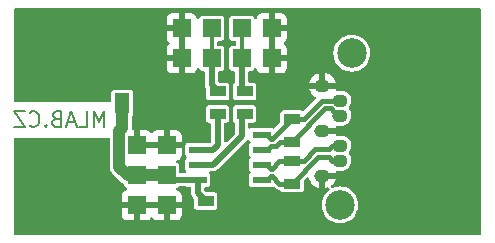
<source format=gbr>
%TF.GenerationSoftware,KiCad,Pcbnew,6.0.4-6f826c9f35~116~ubuntu20.04.1*%
%TF.CreationDate,2022-04-04T16:54:04+00:00*%
%TF.ProjectId,TTLLVDS01A,54544c4c-5644-4533-9031-412e6b696361,rev?*%
%TF.SameCoordinates,Original*%
%TF.FileFunction,Copper,L2,Bot*%
%TF.FilePolarity,Positive*%
%FSLAX46Y46*%
G04 Gerber Fmt 4.6, Leading zero omitted, Abs format (unit mm)*
G04 Created by KiCad (PCBNEW 6.0.4-6f826c9f35~116~ubuntu20.04.1) date 2022-04-04 16:54:04*
%MOMM*%
%LPD*%
G01*
G04 APERTURE LIST*
%ADD10C,0.200000*%
%TA.AperFunction,NonConductor*%
%ADD11C,0.200000*%
%TD*%
%TA.AperFunction,ComponentPad*%
%ADD12O,1.300000X1.100000*%
%TD*%
%TA.AperFunction,ComponentPad*%
%ADD13C,2.500000*%
%TD*%
%TA.AperFunction,ComponentPad*%
%ADD14R,1.524000X1.524000*%
%TD*%
%TA.AperFunction,ComponentPad*%
%ADD15C,6.000000*%
%TD*%
%TA.AperFunction,SMDPad,CuDef*%
%ADD16R,1.550000X0.600000*%
%TD*%
%TA.AperFunction,SMDPad,CuDef*%
%ADD17R,1.397000X0.889000*%
%TD*%
%TA.AperFunction,SMDPad,CuDef*%
%ADD18R,1.300000X1.700000*%
%TD*%
%TA.AperFunction,ViaPad*%
%ADD19C,0.800000*%
%TD*%
%TA.AperFunction,Conductor*%
%ADD20C,1.000000*%
%TD*%
%TA.AperFunction,Conductor*%
%ADD21C,0.500000*%
%TD*%
%TA.AperFunction,Conductor*%
%ADD22C,0.300000*%
%TD*%
%TA.AperFunction,Conductor*%
%ADD23C,0.400000*%
%TD*%
G04 APERTURE END LIST*
D10*
D11*
X8190238Y9698905D02*
X8190238Y10998905D01*
X7756904Y10070334D01*
X7323571Y10998905D01*
X7323571Y9698905D01*
X6085476Y9698905D02*
X6704523Y9698905D01*
X6704523Y10998905D01*
X5714047Y10070334D02*
X5095000Y10070334D01*
X5837857Y9698905D02*
X5404523Y10998905D01*
X4971190Y9698905D01*
X4104523Y10379858D02*
X3918809Y10317953D01*
X3856904Y10256048D01*
X3795000Y10132239D01*
X3795000Y9946524D01*
X3856904Y9822715D01*
X3918809Y9760810D01*
X4042619Y9698905D01*
X4537857Y9698905D01*
X4537857Y10998905D01*
X4104523Y10998905D01*
X3980714Y10937000D01*
X3918809Y10875096D01*
X3856904Y10751286D01*
X3856904Y10627477D01*
X3918809Y10503667D01*
X3980714Y10441762D01*
X4104523Y10379858D01*
X4537857Y10379858D01*
X3237857Y9822715D02*
X3175952Y9760810D01*
X3237857Y9698905D01*
X3299761Y9760810D01*
X3237857Y9822715D01*
X3237857Y9698905D01*
X1875952Y9822715D02*
X1937857Y9760810D01*
X2123571Y9698905D01*
X2247380Y9698905D01*
X2433095Y9760810D01*
X2556904Y9884620D01*
X2618809Y10008429D01*
X2680714Y10256048D01*
X2680714Y10441762D01*
X2618809Y10689381D01*
X2556904Y10813191D01*
X2433095Y10937000D01*
X2247380Y10998905D01*
X2123571Y10998905D01*
X1937857Y10937000D01*
X1875952Y10875096D01*
X1442619Y10998905D02*
X575952Y10998905D01*
X1442619Y9698905D01*
X575952Y9698905D01*
D12*
%TO.P,J6,1*%
%TO.N,GND*%
X26644600Y5562600D03*
%TO.P,J6,2*%
%TO.N,/1+*%
X28144600Y6832600D03*
%TO.P,J6,3*%
%TO.N,/1-*%
X28144600Y8102600D03*
%TO.P,J6,4*%
%TO.N,GND*%
X26644600Y9372600D03*
%TO.P,J6,5*%
%TO.N,/2+*%
X28144600Y10642600D03*
%TO.P,J6,6*%
%TO.N,/2-*%
X28144600Y11912600D03*
%TO.P,J6,7*%
%TO.N,GND*%
X26644600Y13182600D03*
D13*
%TO.P,J6,8*%
%TO.N,N/C*%
X29144600Y15932600D03*
%TO.P,J6,9*%
X28144600Y3102600D03*
%TD*%
D14*
%TO.P,J1,1*%
%TO.N,GND*%
X10922000Y8128000D03*
%TO.P,J1,2*%
X13462000Y8128000D03*
%TO.P,J1,3*%
%TO.N,VCC*%
X10922000Y5588000D03*
%TO.P,J1,4*%
X13462000Y5588000D03*
%TO.P,J1,5*%
%TO.N,GND*%
X10922000Y3048000D03*
%TO.P,J1,6*%
X13462000Y3048000D03*
%TD*%
%TO.P,J2,1*%
%TO.N,/1A*%
X19812000Y15494000D03*
%TO.P,J2,2*%
X19812000Y18034000D03*
%TD*%
%TO.P,J3,1*%
%TO.N,GND*%
X14732000Y18034000D03*
%TO.P,J3,2*%
X14732000Y15494000D03*
%TD*%
%TO.P,J4,1*%
%TO.N,/2A*%
X17272000Y18034000D03*
%TO.P,J4,2*%
X17272000Y15494000D03*
%TD*%
%TO.P,J5,1*%
%TO.N,GND*%
X22352000Y18034000D03*
%TO.P,J5,2*%
X22352000Y15494000D03*
%TD*%
D15*
%TO.P,M1,1*%
%TO.N,GND*%
X35560000Y15240000D03*
%TD*%
%TO.P,M2,1*%
%TO.N,GND*%
X5080000Y5080000D03*
%TD*%
%TO.P,M3,1*%
%TO.N,GND*%
X5080000Y15240000D03*
%TD*%
%TO.P,M4,1*%
%TO.N,GND*%
X35560000Y5080000D03*
%TD*%
D16*
%TO.P,U1,1*%
%TO.N,VCC*%
X16096000Y5207000D03*
%TO.P,U1,2*%
%TO.N,Net-(R1-Pad1)*%
X16096000Y6477000D03*
%TO.P,U1,3*%
%TO.N,Net-(R2-Pad1)*%
X16096000Y7747000D03*
%TO.P,U1,4*%
%TO.N,GND*%
X16096000Y9017000D03*
%TO.P,U1,5*%
%TO.N,/2-*%
X21496000Y9017000D03*
%TO.P,U1,6*%
%TO.N,/2+*%
X21496000Y7747000D03*
%TO.P,U1,7*%
%TO.N,/1-*%
X21496000Y6477000D03*
%TO.P,U1,8*%
%TO.N,/1+*%
X21496000Y5207000D03*
%TD*%
D17*
%TO.P,C2,1*%
%TO.N,VCC*%
X16764000Y3429000D03*
%TO.P,C2,2*%
%TO.N,GND*%
X16764000Y1524000D03*
%TD*%
D18*
%TO.P,D1,1*%
%TO.N,VCC*%
X9708000Y11684000D03*
%TO.P,D1,2*%
%TO.N,GND*%
X13208000Y11684000D03*
%TD*%
D17*
%TO.P,R1,1*%
%TO.N,Net-(R1-Pad1)*%
X20066000Y10795000D03*
%TO.P,R1,2*%
%TO.N,/1A*%
X20066000Y12700000D03*
%TD*%
%TO.P,R2,1*%
%TO.N,Net-(R2-Pad1)*%
X17780000Y10795000D03*
%TO.P,R2,2*%
%TO.N,/2A*%
X17780000Y12700000D03*
%TD*%
%TO.P,R3,1*%
%TO.N,/1+*%
X24066500Y4889500D03*
%TO.P,R3,2*%
%TO.N,/1-*%
X24066500Y6794500D03*
%TD*%
%TO.P,R4,1*%
%TO.N,/2+*%
X24066500Y8445500D03*
%TO.P,R4,2*%
%TO.N,/2-*%
X24066500Y10350500D03*
%TD*%
D19*
%TO.N,GND*%
X22225000Y11176000D03*
X20320000Y3556000D03*
X15621000Y12065000D03*
X15621000Y11049000D03*
X22225000Y13208000D03*
X21463000Y3556000D03*
X15621000Y13081000D03*
X22225000Y12192000D03*
X22479000Y3556000D03*
%TD*%
D20*
%TO.N,VCC*%
X10160000Y5588000D02*
X9459999Y6288001D01*
D21*
X13843000Y5207000D02*
X13462000Y5588000D01*
X16096000Y5207000D02*
X13843000Y5207000D01*
X16096000Y4097000D02*
X16764000Y3429000D01*
D20*
X13462000Y5588000D02*
X10922000Y5588000D01*
X9708000Y9590001D02*
X9459999Y9342000D01*
X9459999Y9342000D02*
X9459999Y6288001D01*
D21*
X16096000Y5207000D02*
X16096000Y4097000D01*
D20*
X10922000Y5588000D02*
X10160000Y5588000D01*
X9708000Y11684000D02*
X9708000Y9590001D01*
D21*
%TO.N,/1A*%
X19812000Y15494000D02*
X19812000Y12954000D01*
D22*
X19812000Y18034000D02*
X19812000Y15494000D01*
D21*
X19812000Y12954000D02*
X20066000Y12700000D01*
%TO.N,/2A*%
X17272000Y13208000D02*
X17780000Y12700000D01*
X17272000Y15494000D02*
X17272000Y13208000D01*
D22*
X17272000Y18034000D02*
X17272000Y15494000D01*
D21*
%TO.N,Net-(R1-Pad1)*%
X19812000Y9850500D02*
X19812000Y10795000D01*
X16096000Y6477000D02*
X17371000Y6477000D01*
X17371000Y6477000D02*
X19812000Y8918000D01*
X19812000Y8918000D02*
X19812000Y9850500D01*
%TO.N,Net-(R2-Pad1)*%
X16096000Y7747000D02*
X17371000Y7747000D01*
X17780000Y8156000D02*
X17780000Y9850500D01*
X17371000Y7747000D02*
X17780000Y8156000D01*
X17780000Y9850500D02*
X17780000Y10795000D01*
D23*
%TO.N,/1-*%
X21971000Y6477000D02*
X22281000Y6167000D01*
X24066500Y6794500D02*
X25052261Y6794500D01*
X26050361Y7792600D02*
X27184600Y7792600D01*
X27494600Y8102600D02*
X28144600Y8102600D01*
X23018749Y6794500D02*
X24066500Y6794500D01*
X22281000Y6167000D02*
X22391249Y6167000D01*
X22391249Y6167000D02*
X23018749Y6794500D01*
X25052261Y6794500D02*
X26050361Y7792600D01*
X27184600Y7792600D02*
X27494600Y8102600D01*
X21496000Y6477000D02*
X21971000Y6477000D01*
%TO.N,/1+*%
X22391249Y5517000D02*
X23018749Y4889500D01*
X21496000Y5207000D02*
X21971000Y5207000D01*
X27494600Y6832600D02*
X28144600Y6832600D01*
X21971000Y5207000D02*
X22281000Y5517000D01*
X24066500Y4889500D02*
X26319600Y7142600D01*
X26319600Y7142600D02*
X27184600Y7142600D01*
X27184600Y7142600D02*
X27494600Y6832600D01*
X22281000Y5517000D02*
X22391249Y5517000D01*
X23018749Y4889500D02*
X24066500Y4889500D01*
%TO.N,/2-*%
X22281000Y8707000D02*
X22423000Y8707000D01*
X26614361Y11912600D02*
X27524600Y11912600D01*
X24066500Y10350500D02*
X25052261Y10350500D01*
X22423000Y8707000D02*
X22621119Y8905119D01*
X21971000Y9017000D02*
X22281000Y8707000D01*
X25052261Y10350500D02*
X26614361Y11912600D01*
X27524600Y11912600D02*
X28144600Y11912600D01*
X22621119Y8905119D02*
X24066500Y10350500D01*
X21496000Y9017000D02*
X21971000Y9017000D01*
%TO.N,/2+*%
X26883600Y11262600D02*
X27351083Y11262600D01*
X27824610Y10962590D02*
X28144600Y10642600D01*
X24066500Y8445500D02*
X26883600Y11262600D01*
X21496000Y7747000D02*
X21971000Y7747000D01*
X23080739Y8445500D02*
X24066500Y8445500D01*
X21971000Y7747000D02*
X22281000Y8057000D01*
X22281000Y8057000D02*
X22692239Y8057000D01*
X27351083Y11262600D02*
X27651093Y10962590D01*
X27651093Y10962590D02*
X27824610Y10962590D01*
X22692239Y8057000D02*
X23080739Y8445500D01*
%TD*%
%TA.AperFunction,Conductor*%
%TO.N,GND*%
G36*
X40027621Y19745498D02*
G01*
X40074114Y19691842D01*
X40085500Y19639500D01*
X40085500Y680500D01*
X40065498Y612379D01*
X40011842Y565886D01*
X39959500Y554500D01*
X680500Y554500D01*
X612379Y574502D01*
X565886Y628158D01*
X554500Y680500D01*
X554500Y2241331D01*
X9652001Y2241331D01*
X9652371Y2234510D01*
X9657895Y2183648D01*
X9661521Y2168396D01*
X9706676Y2047946D01*
X9715214Y2032351D01*
X9791715Y1930276D01*
X9804276Y1917715D01*
X9906351Y1841214D01*
X9921946Y1832676D01*
X10042394Y1787522D01*
X10057649Y1783895D01*
X10108514Y1778369D01*
X10115328Y1778000D01*
X10649885Y1778000D01*
X10665124Y1782475D01*
X10666329Y1783865D01*
X10668000Y1791548D01*
X10668000Y1796116D01*
X11176000Y1796116D01*
X11180475Y1780877D01*
X11181865Y1779672D01*
X11189548Y1778001D01*
X11728669Y1778001D01*
X11735490Y1778371D01*
X11786352Y1783895D01*
X11801604Y1787521D01*
X11922054Y1832676D01*
X11937649Y1841214D01*
X12039724Y1917715D01*
X12052284Y1930275D01*
X12091173Y1982165D01*
X12148032Y2024681D01*
X12218851Y2029707D01*
X12281144Y1995647D01*
X12292827Y1982165D01*
X12331716Y1930275D01*
X12344276Y1917715D01*
X12446351Y1841214D01*
X12461946Y1832676D01*
X12582394Y1787522D01*
X12597649Y1783895D01*
X12648514Y1778369D01*
X12655328Y1778000D01*
X13189885Y1778000D01*
X13205124Y1782475D01*
X13206329Y1783865D01*
X13208000Y1791548D01*
X13208000Y1796116D01*
X13716000Y1796116D01*
X13720475Y1780877D01*
X13721865Y1779672D01*
X13729548Y1778001D01*
X14268669Y1778001D01*
X14275490Y1778371D01*
X14326352Y1783895D01*
X14341604Y1787521D01*
X14462054Y1832676D01*
X14477649Y1841214D01*
X14579724Y1917715D01*
X14592285Y1930276D01*
X14668786Y2032351D01*
X14677324Y2047946D01*
X14722478Y2168394D01*
X14726105Y2183649D01*
X14731631Y2234514D01*
X14732000Y2241328D01*
X14732000Y2775885D01*
X14727525Y2791124D01*
X14726135Y2792329D01*
X14718452Y2794000D01*
X13734115Y2794000D01*
X13718876Y2789525D01*
X13717671Y2788135D01*
X13716000Y2780452D01*
X13716000Y1796116D01*
X13208000Y1796116D01*
X13208000Y2775885D01*
X13203525Y2791124D01*
X13202135Y2792329D01*
X13194452Y2794000D01*
X11194115Y2794000D01*
X11178876Y2789525D01*
X11177671Y2788135D01*
X11176000Y2780452D01*
X11176000Y1796116D01*
X10668000Y1796116D01*
X10668000Y2775885D01*
X10663525Y2791124D01*
X10662135Y2792329D01*
X10654452Y2794000D01*
X9670116Y2794000D01*
X9654877Y2789525D01*
X9653672Y2788135D01*
X9652001Y2780452D01*
X9652001Y2241331D01*
X554500Y2241331D01*
X554500Y8664000D01*
X574502Y8732121D01*
X628158Y8778614D01*
X680500Y8790000D01*
X8533499Y8790000D01*
X8601620Y8769998D01*
X8648113Y8716342D01*
X8659499Y8664000D01*
X8659499Y6297084D01*
X8659492Y6295764D01*
X8658558Y6206594D01*
X8667614Y6164709D01*
X8669675Y6152127D01*
X8673215Y6120569D01*
X8674453Y6109529D01*
X8685349Y6078242D01*
X8689510Y6063437D01*
X8694678Y6039534D01*
X8696510Y6031059D01*
X8714629Y5992202D01*
X8719413Y5980419D01*
X8733514Y5939928D01*
X8742372Y5925752D01*
X8751069Y5911834D01*
X8758410Y5898314D01*
X8768582Y5876500D01*
X8772408Y5868294D01*
X8776727Y5862727D01*
X8776727Y5862726D01*
X8798673Y5834434D01*
X8805968Y5823977D01*
X8824949Y5793601D01*
X8828683Y5787626D01*
X8833645Y5782629D01*
X8833646Y5782628D01*
X8857002Y5759108D01*
X8857584Y5758486D01*
X8858098Y5757824D01*
X8883958Y5731964D01*
X8955229Y5660194D01*
X8956256Y5659542D01*
X8957464Y5658458D01*
X9587481Y5028441D01*
X9588410Y5027503D01*
X9650859Y4963732D01*
X9656779Y4959917D01*
X9656785Y4959912D01*
X9686891Y4940510D01*
X9697245Y4933070D01*
X9730734Y4906336D01*
X9760510Y4891942D01*
X9760559Y4891918D01*
X9773975Y4884389D01*
X9801817Y4866446D01*
X9800335Y4864146D01*
X9843326Y4824394D01*
X9860301Y4774622D01*
X9862618Y4755154D01*
X9866456Y4746514D01*
X9866456Y4746513D01*
X9891803Y4689449D01*
X9908061Y4652847D01*
X9916294Y4644628D01*
X9916295Y4644627D01*
X9941448Y4619518D01*
X9987287Y4573759D01*
X9997924Y4569056D01*
X9997926Y4569055D01*
X10054896Y4543869D01*
X10109112Y4498031D01*
X10129939Y4430158D01*
X10110765Y4361799D01*
X10057677Y4314659D01*
X10048178Y4310647D01*
X9921946Y4263324D01*
X9906351Y4254786D01*
X9804276Y4178285D01*
X9791715Y4165724D01*
X9715214Y4063649D01*
X9706676Y4048054D01*
X9661522Y3927606D01*
X9657895Y3912351D01*
X9652369Y3861486D01*
X9652000Y3854672D01*
X9652000Y3320115D01*
X9656475Y3304876D01*
X9657865Y3303671D01*
X9665548Y3302000D01*
X14713884Y3302000D01*
X14729123Y3306475D01*
X14730328Y3307865D01*
X14731999Y3315548D01*
X14731999Y3854669D01*
X14731629Y3861490D01*
X14726105Y3912352D01*
X14722479Y3927604D01*
X14677324Y4048054D01*
X14668786Y4063649D01*
X14592285Y4165724D01*
X14579724Y4178285D01*
X14477649Y4254786D01*
X14462054Y4263324D01*
X14335863Y4310631D01*
X14279099Y4353273D01*
X14254399Y4419834D01*
X14269606Y4489183D01*
X14319892Y4539301D01*
X14328939Y4543761D01*
X14397153Y4574061D01*
X14406664Y4583588D01*
X14442531Y4619518D01*
X14504814Y4653597D01*
X14531704Y4656500D01*
X15117739Y4656500D01*
X15168687Y4645740D01*
X15242007Y4613325D01*
X15242008Y4613325D01*
X15250673Y4609494D01*
X15276354Y4606500D01*
X15419500Y4606500D01*
X15487621Y4586498D01*
X15534114Y4532842D01*
X15545500Y4480500D01*
X15545500Y4111993D01*
X15545389Y4106717D01*
X15542790Y4044706D01*
X15544752Y4036341D01*
X15552727Y4002338D01*
X15554890Y3990667D01*
X15560794Y3947568D01*
X15564206Y3939684D01*
X15564206Y3939683D01*
X15566765Y3933770D01*
X15573799Y3912501D01*
X15577232Y3897864D01*
X15581369Y3890339D01*
X15581370Y3890336D01*
X15598195Y3859732D01*
X15603411Y3849087D01*
X15620695Y3809145D01*
X15630158Y3797459D01*
X15642645Y3778875D01*
X15649893Y3765692D01*
X15656897Y3757578D01*
X15681433Y3733042D01*
X15690258Y3723241D01*
X15710206Y3698607D01*
X15710210Y3698603D01*
X15715614Y3691930D01*
X15722613Y3686956D01*
X15725254Y3684476D01*
X15761219Y3623263D01*
X15765000Y3592627D01*
X15765000Y2939854D01*
X15768118Y2913654D01*
X15813561Y2811347D01*
X15821794Y2803128D01*
X15821795Y2803127D01*
X15844510Y2780452D01*
X15892787Y2732259D01*
X15903424Y2727556D01*
X15903426Y2727555D01*
X15962962Y2701235D01*
X15995173Y2686994D01*
X16020854Y2684000D01*
X17507146Y2684000D01*
X17510850Y2684441D01*
X17510853Y2684441D01*
X17518246Y2685321D01*
X17533346Y2687118D01*
X17635653Y2732561D01*
X17714741Y2811787D01*
X17760006Y2914173D01*
X17763000Y2939854D01*
X17763000Y3102600D01*
X26589306Y3102600D01*
X26608454Y2859298D01*
X26625205Y2789525D01*
X26650085Y2685897D01*
X26665428Y2621988D01*
X26667318Y2617425D01*
X26667320Y2617419D01*
X26756928Y2401085D01*
X26758823Y2396511D01*
X26886341Y2188421D01*
X27044841Y2002841D01*
X27230421Y1844341D01*
X27438511Y1716823D01*
X27443081Y1714930D01*
X27443085Y1714928D01*
X27659419Y1625320D01*
X27659425Y1625318D01*
X27663988Y1623428D01*
X27668788Y1622276D01*
X27668793Y1622274D01*
X27777302Y1596223D01*
X27901298Y1566454D01*
X28144600Y1547306D01*
X28387902Y1566454D01*
X28511898Y1596223D01*
X28620407Y1622274D01*
X28620412Y1622276D01*
X28625212Y1623428D01*
X28629775Y1625318D01*
X28629781Y1625320D01*
X28846115Y1714928D01*
X28846119Y1714930D01*
X28850689Y1716823D01*
X29058779Y1844341D01*
X29244359Y2002841D01*
X29402859Y2188421D01*
X29530377Y2396511D01*
X29532272Y2401085D01*
X29621880Y2617419D01*
X29621882Y2617425D01*
X29623772Y2621988D01*
X29639116Y2685897D01*
X29663995Y2789525D01*
X29680746Y2859298D01*
X29699894Y3102600D01*
X29680746Y3345902D01*
X29623772Y3583212D01*
X29621882Y3587775D01*
X29621880Y3587781D01*
X29532272Y3804115D01*
X29532270Y3804119D01*
X29530377Y3808689D01*
X29402859Y4016779D01*
X29244359Y4202359D01*
X29058779Y4360859D01*
X28850689Y4488377D01*
X28846119Y4490270D01*
X28846115Y4490272D01*
X28629781Y4579880D01*
X28629775Y4579882D01*
X28625212Y4581772D01*
X28620412Y4582924D01*
X28620407Y4582926D01*
X28493786Y4613325D01*
X28387902Y4638746D01*
X28144600Y4657894D01*
X27901298Y4638746D01*
X27795414Y4613325D01*
X27668793Y4582926D01*
X27668788Y4582924D01*
X27663988Y4581772D01*
X27546842Y4533249D01*
X27476253Y4525660D01*
X27412766Y4557439D01*
X27376539Y4618497D01*
X27379073Y4689449D01*
X27418989Y4747301D01*
X27488935Y4804347D01*
X27497639Y4812991D01*
X27622038Y4963363D01*
X27628897Y4973531D01*
X27721721Y5145207D01*
X27726471Y5156507D01*
X27768195Y5291293D01*
X27768401Y5305395D01*
X27761645Y5308600D01*
X26916715Y5308600D01*
X26901476Y5304125D01*
X26900271Y5302735D01*
X26898600Y5295052D01*
X26898600Y4532696D01*
X26902836Y4518269D01*
X26915189Y4516208D01*
X26944961Y4519127D01*
X26956996Y4521510D01*
X27095998Y4563477D01*
X27166993Y4564018D01*
X27227009Y4526090D01*
X27256993Y4461736D01*
X27247425Y4391387D01*
X27214247Y4347045D01*
X27044841Y4202359D01*
X26886341Y4016779D01*
X26758823Y3808689D01*
X26756930Y3804119D01*
X26756928Y3804115D01*
X26667320Y3587781D01*
X26667318Y3587775D01*
X26665428Y3583212D01*
X26608454Y3345902D01*
X26589306Y3102600D01*
X17763000Y3102600D01*
X17763000Y3918146D01*
X17759882Y3944346D01*
X17714439Y4046653D01*
X17697414Y4063649D01*
X17654270Y4106717D01*
X17635213Y4125741D01*
X17624576Y4130444D01*
X17624574Y4130445D01*
X17541492Y4167175D01*
X17541493Y4167175D01*
X17532827Y4171006D01*
X17507146Y4174000D01*
X16849714Y4174000D01*
X16781593Y4194002D01*
X16760619Y4210905D01*
X16683405Y4288119D01*
X16649379Y4350431D01*
X16646500Y4377214D01*
X16646500Y4480500D01*
X16666502Y4548621D01*
X16720158Y4595114D01*
X16772500Y4606500D01*
X16915646Y4606500D01*
X16919350Y4606941D01*
X16919353Y4606941D01*
X16926746Y4607821D01*
X16941846Y4609618D01*
X16964135Y4619518D01*
X17033518Y4650337D01*
X17044153Y4655061D01*
X17052558Y4663480D01*
X17101440Y4712448D01*
X17123241Y4734287D01*
X17128647Y4746513D01*
X17158842Y4814814D01*
X17168506Y4836673D01*
X17171500Y4862354D01*
X17171500Y5551646D01*
X17168382Y5577846D01*
X17162690Y5590662D01*
X17127663Y5669518D01*
X17122939Y5680153D01*
X17091711Y5711327D01*
X17057632Y5773610D01*
X17062635Y5844430D01*
X17105133Y5901303D01*
X17171632Y5926171D01*
X17180729Y5926500D01*
X17356007Y5926500D01*
X17361284Y5926389D01*
X17423294Y5923790D01*
X17434848Y5926500D01*
X17465662Y5933727D01*
X17477333Y5935890D01*
X17492229Y5937931D01*
X17520432Y5941794D01*
X17534230Y5947765D01*
X17555499Y5954799D01*
X17561775Y5956271D01*
X17570136Y5958232D01*
X17577661Y5962369D01*
X17577664Y5962370D01*
X17608268Y5979195D01*
X17618913Y5984411D01*
X17658855Y6001695D01*
X17670541Y6011158D01*
X17689126Y6023646D01*
X17702308Y6030893D01*
X17710422Y6037897D01*
X17734958Y6062433D01*
X17744759Y6071258D01*
X17769392Y6091206D01*
X17769393Y6091207D01*
X17776070Y6096614D01*
X17781043Y6103612D01*
X17781048Y6103617D01*
X17786968Y6111948D01*
X17800579Y6128054D01*
X20190642Y8518118D01*
X20194451Y8521771D01*
X20233833Y8557985D01*
X20240156Y8563799D01*
X20244681Y8571098D01*
X20250160Y8577720D01*
X20251931Y8576255D01*
X20295725Y8615458D01*
X20365827Y8626695D01*
X20430875Y8598248D01*
X20457004Y8563552D01*
X20457751Y8564065D01*
X20464337Y8554481D01*
X20469061Y8543847D01*
X20477294Y8535628D01*
X20477295Y8535627D01*
X20541803Y8471231D01*
X20575882Y8408948D01*
X20570879Y8338128D01*
X20541958Y8293040D01*
X20525375Y8276428D01*
X20468759Y8219713D01*
X20464056Y8209076D01*
X20464055Y8209074D01*
X20453373Y8184912D01*
X20423494Y8117327D01*
X20420500Y8091646D01*
X20420500Y7402354D01*
X20423618Y7376154D01*
X20427456Y7367514D01*
X20427456Y7367513D01*
X20463741Y7285824D01*
X20469061Y7273847D01*
X20477294Y7265628D01*
X20477295Y7265627D01*
X20541803Y7201231D01*
X20575882Y7138948D01*
X20570879Y7068128D01*
X20541958Y7023040D01*
X20516677Y6997715D01*
X20468759Y6949713D01*
X20464056Y6939076D01*
X20464055Y6939074D01*
X20452385Y6912676D01*
X20423494Y6847327D01*
X20420500Y6821646D01*
X20420500Y6132354D01*
X20423618Y6106154D01*
X20427456Y6097514D01*
X20427456Y6097513D01*
X20454608Y6036386D01*
X20469061Y6003847D01*
X20477294Y5995628D01*
X20477295Y5995627D01*
X20541803Y5931231D01*
X20575882Y5868948D01*
X20570879Y5798128D01*
X20541958Y5753040D01*
X20520919Y5731964D01*
X20468759Y5679713D01*
X20464056Y5669076D01*
X20464055Y5669074D01*
X20447392Y5631382D01*
X20423494Y5577327D01*
X20420500Y5551646D01*
X20420500Y4862354D01*
X20423618Y4836154D01*
X20427456Y4827514D01*
X20427456Y4827513D01*
X20437746Y4804347D01*
X20469061Y4733847D01*
X20548287Y4654759D01*
X20558924Y4650056D01*
X20558926Y4650055D01*
X20615561Y4625017D01*
X20650673Y4609494D01*
X20676354Y4606500D01*
X22315646Y4606500D01*
X22319350Y4606941D01*
X22319353Y4606941D01*
X22326746Y4607821D01*
X22341846Y4609618D01*
X22364135Y4619518D01*
X22435175Y4651073D01*
X22505550Y4660446D01*
X22569821Y4630284D01*
X22575418Y4625017D01*
X22615215Y4585220D01*
X22622681Y4575876D01*
X22623071Y4576208D01*
X22628889Y4569372D01*
X22633679Y4561780D01*
X22640407Y4555838D01*
X22640408Y4555837D01*
X22673349Y4526745D01*
X22679037Y4521398D01*
X22690255Y4510180D01*
X22693843Y4507491D01*
X22693844Y4507490D01*
X22698433Y4504050D01*
X22706272Y4497668D01*
X22725712Y4480500D01*
X22741137Y4466877D01*
X22749260Y4463063D01*
X22752413Y4460992D01*
X22765425Y4453173D01*
X22768744Y4451356D01*
X22775925Y4445974D01*
X22784326Y4442825D01*
X22784327Y4442824D01*
X22819485Y4429644D01*
X22828802Y4425717D01*
X22862783Y4409763D01*
X22862786Y4409762D01*
X22870912Y4405947D01*
X22879786Y4404565D01*
X22883399Y4403461D01*
X22898056Y4399615D01*
X22901759Y4398801D01*
X22910169Y4395648D01*
X22956592Y4392198D01*
X22966605Y4391048D01*
X22979758Y4389000D01*
X22984624Y4389000D01*
X22989481Y4388624D01*
X22989346Y4386879D01*
X23050242Y4368998D01*
X23097271Y4314149D01*
X23116061Y4271847D01*
X23195287Y4192759D01*
X23205924Y4188056D01*
X23205926Y4188055D01*
X23253156Y4167175D01*
X23297673Y4147494D01*
X23323354Y4144500D01*
X24809646Y4144500D01*
X24813350Y4144941D01*
X24813353Y4144941D01*
X24820746Y4145821D01*
X24835846Y4147618D01*
X24879876Y4167175D01*
X24927518Y4188337D01*
X24938153Y4193061D01*
X24950643Y4205572D01*
X24999770Y4254786D01*
X25017241Y4272287D01*
X25024241Y4288119D01*
X25058675Y4366008D01*
X25062506Y4374673D01*
X25065500Y4400354D01*
X25065500Y5128496D01*
X25085502Y5196617D01*
X25102405Y5217591D01*
X25292931Y5408117D01*
X25355243Y5442143D01*
X25426058Y5437078D01*
X25482894Y5394531D01*
X25502900Y5354597D01*
X25557154Y5170258D01*
X25561747Y5158890D01*
X25652166Y4985934D01*
X25658882Y4975672D01*
X25781168Y4823580D01*
X25789752Y4814814D01*
X25939256Y4689364D01*
X25949367Y4682440D01*
X26120398Y4588416D01*
X26131662Y4583588D01*
X26317695Y4524575D01*
X26329683Y4522027D01*
X26372596Y4517213D01*
X26387127Y4519766D01*
X26390600Y4532313D01*
X26390600Y5690600D01*
X26410602Y5758721D01*
X26464258Y5805214D01*
X26516600Y5816600D01*
X27754647Y5816600D01*
X27768178Y5820573D01*
X27769298Y5828368D01*
X27768490Y5831115D01*
X27768445Y5902112D01*
X27806791Y5961862D01*
X27871353Y5991396D01*
X27916849Y5989656D01*
X27944197Y5983543D01*
X27944204Y5983542D01*
X27949237Y5982417D01*
X27954907Y5982100D01*
X28290764Y5982100D01*
X28428309Y5997042D01*
X28603448Y6055983D01*
X28761844Y6151157D01*
X28776175Y6164709D01*
X28891149Y6273435D01*
X28891151Y6273437D01*
X28896107Y6278124D01*
X28999975Y6430960D01*
X29005239Y6444120D01*
X29066066Y6596198D01*
X29066067Y6596203D01*
X29068600Y6602535D01*
X29083790Y6694289D01*
X29097666Y6778106D01*
X29097666Y6778110D01*
X29098781Y6784844D01*
X29097243Y6814201D01*
X29089467Y6962568D01*
X29089110Y6969381D01*
X29086653Y6978304D01*
X29041851Y7140954D01*
X29040038Y7147536D01*
X28953854Y7310998D01*
X28893023Y7382982D01*
X28864332Y7447923D01*
X28875305Y7518066D01*
X28892489Y7544703D01*
X28896107Y7548124D01*
X28999975Y7700960D01*
X29002510Y7707297D01*
X29066066Y7866198D01*
X29066067Y7866203D01*
X29068600Y7872535D01*
X29098781Y8054844D01*
X29097045Y8087983D01*
X29089467Y8232568D01*
X29089110Y8239381D01*
X29079518Y8274207D01*
X29041851Y8410954D01*
X29040038Y8417536D01*
X28953854Y8580998D01*
X28834580Y8722140D01*
X28829155Y8726288D01*
X28693201Y8830233D01*
X28693197Y8830236D01*
X28687780Y8834377D01*
X28681600Y8837259D01*
X28681598Y8837260D01*
X28526480Y8909593D01*
X28526477Y8909594D01*
X28520303Y8912473D01*
X28513658Y8913958D01*
X28513653Y8913960D01*
X28373729Y8945235D01*
X28339963Y8952783D01*
X28334293Y8953100D01*
X27998436Y8953100D01*
X27995042Y8952731D01*
X27995037Y8952731D01*
X27903407Y8942777D01*
X27833525Y8955305D01*
X27781509Y9003626D01*
X27763875Y9072398D01*
X27768141Y9097643D01*
X27768401Y9115395D01*
X27761645Y9118600D01*
X26516600Y9118600D01*
X26448479Y9138602D01*
X26401986Y9192258D01*
X26390600Y9244600D01*
X26390600Y9500600D01*
X26410602Y9568721D01*
X26464258Y9615214D01*
X26516600Y9626600D01*
X27754647Y9626600D01*
X27768178Y9630573D01*
X27769298Y9638368D01*
X27768490Y9641115D01*
X27768445Y9712112D01*
X27806791Y9771862D01*
X27871353Y9801396D01*
X27916849Y9799656D01*
X27944197Y9793543D01*
X27944204Y9793542D01*
X27949237Y9792417D01*
X27954907Y9792100D01*
X28290764Y9792100D01*
X28428309Y9807042D01*
X28603448Y9865983D01*
X28761844Y9961157D01*
X28777902Y9976342D01*
X28891149Y10083435D01*
X28891151Y10083437D01*
X28896107Y10088124D01*
X28999975Y10240960D01*
X29002510Y10247297D01*
X29066066Y10406198D01*
X29066067Y10406203D01*
X29068600Y10412535D01*
X29095556Y10575363D01*
X29097666Y10588106D01*
X29097666Y10588110D01*
X29098781Y10594844D01*
X29095731Y10653055D01*
X29089467Y10772568D01*
X29089110Y10779381D01*
X29072511Y10839646D01*
X29041851Y10950954D01*
X29040038Y10957536D01*
X28953854Y11120998D01*
X28893023Y11192982D01*
X28864332Y11257923D01*
X28875305Y11328066D01*
X28892489Y11354703D01*
X28896107Y11358124D01*
X28999975Y11510960D01*
X29008808Y11533044D01*
X29066066Y11676198D01*
X29066067Y11676203D01*
X29068600Y11682535D01*
X29088709Y11804002D01*
X29097666Y11858106D01*
X29097666Y11858110D01*
X29098781Y11864844D01*
X29093952Y11957001D01*
X29089467Y12042568D01*
X29089110Y12049381D01*
X29079909Y12082787D01*
X29041851Y12220954D01*
X29040038Y12227536D01*
X28953854Y12390998D01*
X28834580Y12532140D01*
X28773753Y12578646D01*
X28693201Y12640233D01*
X28693197Y12640236D01*
X28687780Y12644377D01*
X28681600Y12647259D01*
X28681598Y12647260D01*
X28526480Y12719593D01*
X28526477Y12719594D01*
X28520303Y12722473D01*
X28513658Y12723958D01*
X28513653Y12723960D01*
X28373729Y12755235D01*
X28339963Y12762783D01*
X28334293Y12763100D01*
X27998436Y12763100D01*
X27995042Y12762731D01*
X27995037Y12762731D01*
X27903407Y12752777D01*
X27833525Y12765305D01*
X27781509Y12813626D01*
X27763875Y12882398D01*
X27768141Y12907643D01*
X27768401Y12925395D01*
X27761645Y12928600D01*
X25534553Y12928600D01*
X25521022Y12924627D01*
X25519902Y12916832D01*
X25557154Y12790258D01*
X25561747Y12778890D01*
X25652166Y12605934D01*
X25658882Y12595672D01*
X25781168Y12443580D01*
X25789752Y12434814D01*
X25939256Y12309364D01*
X25949371Y12302438D01*
X26026228Y12260186D01*
X26076287Y12209841D01*
X26091181Y12140424D01*
X26066181Y12073975D01*
X26054623Y12060676D01*
X25070528Y11076581D01*
X25008216Y11042555D01*
X24937401Y11047620D01*
X24930500Y11050430D01*
X24835327Y11092506D01*
X24809646Y11095500D01*
X23323354Y11095500D01*
X23319650Y11095059D01*
X23319647Y11095059D01*
X23312254Y11094179D01*
X23297154Y11092382D01*
X23288514Y11088544D01*
X23288513Y11088544D01*
X23205482Y11051663D01*
X23194847Y11046939D01*
X23115759Y10967713D01*
X23111056Y10957076D01*
X23111055Y10957074D01*
X23084735Y10897538D01*
X23070494Y10865327D01*
X23067500Y10839646D01*
X23067500Y10111504D01*
X23047498Y10043383D01*
X23030595Y10022408D01*
X22595518Y9587332D01*
X22533206Y9553307D01*
X22462390Y9558372D01*
X22446168Y9566791D01*
X22443713Y9569241D01*
X22341327Y9614506D01*
X22315646Y9617500D01*
X20676354Y9617500D01*
X20672650Y9617059D01*
X20672647Y9617059D01*
X20665254Y9616179D01*
X20650154Y9614382D01*
X20641514Y9610544D01*
X20641513Y9610544D01*
X20551138Y9570401D01*
X20547847Y9568939D01*
X20547173Y9570457D01*
X20492398Y9552515D01*
X20423691Y9570401D01*
X20375560Y9622592D01*
X20362500Y9678455D01*
X20362500Y9924000D01*
X20382502Y9992121D01*
X20436158Y10038614D01*
X20488500Y10050000D01*
X20809146Y10050000D01*
X20812850Y10050441D01*
X20812853Y10050441D01*
X20820246Y10051321D01*
X20835346Y10053118D01*
X20870573Y10068765D01*
X20927018Y10093837D01*
X20937653Y10098561D01*
X20950574Y10111504D01*
X20977358Y10138335D01*
X21016741Y10177787D01*
X21062006Y10280173D01*
X21065000Y10305854D01*
X21065000Y11284146D01*
X21061882Y11310346D01*
X21016439Y11412653D01*
X20937213Y11491741D01*
X20926576Y11496444D01*
X20926574Y11496445D01*
X20867038Y11522765D01*
X20834827Y11537006D01*
X20809146Y11540000D01*
X19322854Y11540000D01*
X19319150Y11539559D01*
X19319147Y11539559D01*
X19311754Y11538679D01*
X19296654Y11536882D01*
X19288014Y11533044D01*
X19288013Y11533044D01*
X19238295Y11510960D01*
X19194347Y11491439D01*
X19115259Y11412213D01*
X19069994Y11309827D01*
X19067000Y11284146D01*
X19067000Y10305854D01*
X19070118Y10279654D01*
X19115561Y10177347D01*
X19123794Y10169128D01*
X19123795Y10169127D01*
X19186553Y10106478D01*
X19186555Y10106477D01*
X19194787Y10098259D01*
X19205427Y10093555D01*
X19206685Y10092694D01*
X19251592Y10037704D01*
X19261500Y9988729D01*
X19261500Y9198214D01*
X19241498Y9130093D01*
X19224595Y9109119D01*
X18545595Y8430119D01*
X18483283Y8396093D01*
X18412468Y8401158D01*
X18355632Y8443705D01*
X18330821Y8510225D01*
X18330500Y8519214D01*
X18330500Y9924000D01*
X18350502Y9992121D01*
X18404158Y10038614D01*
X18456500Y10050000D01*
X18523146Y10050000D01*
X18526850Y10050441D01*
X18526853Y10050441D01*
X18534246Y10051321D01*
X18549346Y10053118D01*
X18584573Y10068765D01*
X18641018Y10093837D01*
X18651653Y10098561D01*
X18664574Y10111504D01*
X18691358Y10138335D01*
X18730741Y10177787D01*
X18776006Y10280173D01*
X18779000Y10305854D01*
X18779000Y11284146D01*
X18775882Y11310346D01*
X18730439Y11412653D01*
X18651213Y11491741D01*
X18640576Y11496444D01*
X18640574Y11496445D01*
X18581038Y11522765D01*
X18548827Y11537006D01*
X18523146Y11540000D01*
X17036854Y11540000D01*
X17033150Y11539559D01*
X17033147Y11539559D01*
X17025754Y11538679D01*
X17010654Y11536882D01*
X17002014Y11533044D01*
X17002013Y11533044D01*
X16952295Y11510960D01*
X16908347Y11491439D01*
X16829259Y11412213D01*
X16783994Y11309827D01*
X16781000Y11284146D01*
X16781000Y10305854D01*
X16784118Y10279654D01*
X16829561Y10177347D01*
X16908787Y10098259D01*
X16919424Y10093556D01*
X16919426Y10093555D01*
X16975500Y10068765D01*
X17011173Y10052994D01*
X17036854Y10050000D01*
X17103500Y10050000D01*
X17171621Y10029998D01*
X17218114Y9976342D01*
X17229500Y9924000D01*
X17229500Y8436214D01*
X17209498Y8368093D01*
X17192595Y8347119D01*
X17179881Y8334405D01*
X17117569Y8300379D01*
X17090786Y8297500D01*
X17074261Y8297500D01*
X17023313Y8308260D01*
X16949993Y8340675D01*
X16949992Y8340675D01*
X16941327Y8344506D01*
X16915646Y8347500D01*
X15276354Y8347500D01*
X15272650Y8347059D01*
X15272647Y8347059D01*
X15265254Y8346179D01*
X15250154Y8344382D01*
X15241514Y8340544D01*
X15241513Y8340544D01*
X15158482Y8303663D01*
X15147847Y8298939D01*
X15139628Y8290706D01*
X15139627Y8290705D01*
X15125375Y8276428D01*
X15068759Y8219713D01*
X15064056Y8209076D01*
X15064055Y8209074D01*
X15053373Y8184912D01*
X15023494Y8117327D01*
X15020500Y8091646D01*
X15020500Y7402354D01*
X15023618Y7376154D01*
X15027456Y7367514D01*
X15027456Y7367513D01*
X15063741Y7285824D01*
X15069061Y7273847D01*
X15077294Y7265628D01*
X15077295Y7265627D01*
X15141803Y7201231D01*
X15175882Y7138948D01*
X15170879Y7068128D01*
X15141958Y7023040D01*
X15116677Y6997715D01*
X15068759Y6949713D01*
X15064056Y6939076D01*
X15064055Y6939074D01*
X15052385Y6912676D01*
X15023494Y6847327D01*
X15020500Y6821646D01*
X15020500Y6132354D01*
X15023618Y6106154D01*
X15027456Y6097514D01*
X15027456Y6097513D01*
X15054608Y6036386D01*
X15069061Y6003847D01*
X15077294Y5995628D01*
X15077295Y5995627D01*
X15100289Y5972673D01*
X15134368Y5910390D01*
X15129365Y5839570D01*
X15086867Y5782697D01*
X15020368Y5757829D01*
X15011271Y5757500D01*
X14650500Y5757500D01*
X14582379Y5777502D01*
X14535886Y5831158D01*
X14524500Y5883500D01*
X14524500Y6394646D01*
X14521382Y6420846D01*
X14506976Y6453280D01*
X14480663Y6512518D01*
X14480662Y6512520D01*
X14475939Y6523153D01*
X14396713Y6602241D01*
X14386076Y6606944D01*
X14386074Y6606945D01*
X14329104Y6632131D01*
X14274888Y6677969D01*
X14254061Y6745842D01*
X14273235Y6814201D01*
X14326323Y6861341D01*
X14335822Y6865353D01*
X14462054Y6912676D01*
X14477649Y6921214D01*
X14579724Y6997715D01*
X14592285Y7010276D01*
X14668786Y7112351D01*
X14677324Y7127946D01*
X14722478Y7248394D01*
X14726105Y7263649D01*
X14731631Y7314514D01*
X14732000Y7321328D01*
X14732000Y7855885D01*
X14727525Y7871124D01*
X14726135Y7872329D01*
X14718452Y7874000D01*
X10794000Y7874000D01*
X10725879Y7894002D01*
X10679386Y7947658D01*
X10668000Y8000000D01*
X10668000Y8400115D01*
X11176000Y8400115D01*
X11180475Y8384876D01*
X11181865Y8383671D01*
X11189548Y8382000D01*
X13189885Y8382000D01*
X13205124Y8386475D01*
X13206329Y8387865D01*
X13208000Y8395548D01*
X13208000Y8400115D01*
X13716000Y8400115D01*
X13720475Y8384876D01*
X13721865Y8383671D01*
X13729548Y8382000D01*
X14713884Y8382000D01*
X14729123Y8386475D01*
X14730328Y8387865D01*
X14731999Y8395548D01*
X14731999Y8934669D01*
X14731629Y8941490D01*
X14726105Y8992352D01*
X14722479Y9007604D01*
X14677324Y9128054D01*
X14668786Y9143649D01*
X14592285Y9245724D01*
X14579724Y9258285D01*
X14477649Y9334786D01*
X14462054Y9343324D01*
X14341606Y9388478D01*
X14326351Y9392105D01*
X14275486Y9397631D01*
X14268672Y9398000D01*
X13734115Y9398000D01*
X13718876Y9393525D01*
X13717671Y9392135D01*
X13716000Y9384452D01*
X13716000Y8400115D01*
X13208000Y8400115D01*
X13208000Y9379884D01*
X13203525Y9395123D01*
X13202135Y9396328D01*
X13194452Y9397999D01*
X12655331Y9397999D01*
X12648510Y9397629D01*
X12597648Y9392105D01*
X12582396Y9388479D01*
X12461946Y9343324D01*
X12446351Y9334786D01*
X12344276Y9258285D01*
X12331716Y9245725D01*
X12292827Y9193835D01*
X12235968Y9151319D01*
X12165149Y9146293D01*
X12102856Y9180353D01*
X12091173Y9193835D01*
X12052284Y9245725D01*
X12039724Y9258285D01*
X11937649Y9334786D01*
X11922054Y9343324D01*
X11801606Y9388478D01*
X11786351Y9392105D01*
X11735486Y9397631D01*
X11728672Y9398000D01*
X11194115Y9398000D01*
X11178876Y9393525D01*
X11177671Y9392135D01*
X11176000Y9384452D01*
X11176000Y8400115D01*
X10668000Y8400115D01*
X10668000Y9379884D01*
X10663525Y9395123D01*
X10662135Y9396328D01*
X10654452Y9397999D01*
X10634320Y9397999D01*
X10566199Y9418001D01*
X10519706Y9471657D01*
X10508321Y9524440D01*
X10508367Y9537582D01*
X10508396Y9538457D01*
X10508500Y9539284D01*
X10508500Y9575892D01*
X10508621Y9610544D01*
X10508841Y9673508D01*
X10508841Y9673511D01*
X10508853Y9677001D01*
X10508587Y9678189D01*
X10508500Y9679801D01*
X10508500Y10507242D01*
X10528502Y10575363D01*
X10545327Y10596260D01*
X10602023Y10653055D01*
X10610241Y10661287D01*
X10621606Y10686992D01*
X10651675Y10755008D01*
X10655506Y10763673D01*
X10658500Y10789354D01*
X10658500Y12578646D01*
X10655382Y12604846D01*
X10636543Y12647260D01*
X10614663Y12696518D01*
X10609939Y12707153D01*
X10597478Y12719593D01*
X10554212Y12762783D01*
X10530713Y12786241D01*
X10520076Y12790944D01*
X10520074Y12790945D01*
X10460538Y12817265D01*
X10428327Y12831506D01*
X10402646Y12834500D01*
X9013354Y12834500D01*
X9009650Y12834059D01*
X9009647Y12834059D01*
X9002254Y12833179D01*
X8987154Y12831382D01*
X8884847Y12785939D01*
X8805759Y12706713D01*
X8760494Y12604327D01*
X8757500Y12578646D01*
X8757500Y11910000D01*
X8737498Y11841879D01*
X8683842Y11795386D01*
X8631500Y11784000D01*
X680500Y11784000D01*
X612379Y11804002D01*
X565886Y11857658D01*
X554500Y11910000D01*
X554500Y14687331D01*
X13462001Y14687331D01*
X13462371Y14680510D01*
X13467895Y14629648D01*
X13471521Y14614396D01*
X13516676Y14493946D01*
X13525214Y14478351D01*
X13601715Y14376276D01*
X13614276Y14363715D01*
X13716351Y14287214D01*
X13731946Y14278676D01*
X13852394Y14233522D01*
X13867649Y14229895D01*
X13918514Y14224369D01*
X13925328Y14224000D01*
X14459885Y14224000D01*
X14475124Y14228475D01*
X14476329Y14229865D01*
X14478000Y14237548D01*
X14478000Y14242116D01*
X14986000Y14242116D01*
X14990475Y14226877D01*
X14991865Y14225672D01*
X14999548Y14224001D01*
X15538669Y14224001D01*
X15545490Y14224371D01*
X15596352Y14229895D01*
X15611604Y14233521D01*
X15732054Y14278676D01*
X15747649Y14287214D01*
X15849724Y14363715D01*
X15862285Y14376276D01*
X15938786Y14478351D01*
X15947324Y14493946D01*
X15994631Y14620137D01*
X16037273Y14676901D01*
X16103834Y14701601D01*
X16173183Y14686394D01*
X16223301Y14636108D01*
X16227761Y14627061D01*
X16258061Y14558847D01*
X16337287Y14479759D01*
X16347924Y14475056D01*
X16347926Y14475055D01*
X16392566Y14455320D01*
X16439673Y14434494D01*
X16465354Y14431500D01*
X16595500Y14431500D01*
X16663621Y14411498D01*
X16710114Y14357842D01*
X16721500Y14305500D01*
X16721500Y13222993D01*
X16721389Y13217717D01*
X16718790Y13155706D01*
X16720752Y13147341D01*
X16728727Y13113338D01*
X16730890Y13101667D01*
X16736794Y13058568D01*
X16740206Y13050684D01*
X16740206Y13050683D01*
X16742765Y13044770D01*
X16749799Y13023501D01*
X16753232Y13008864D01*
X16765416Y12986702D01*
X16781000Y12926003D01*
X16781000Y12210854D01*
X16784118Y12184654D01*
X16829561Y12082347D01*
X16837794Y12074128D01*
X16837795Y12074127D01*
X16869335Y12042642D01*
X16908787Y12003259D01*
X16919424Y11998556D01*
X16919426Y11998555D01*
X16978962Y11972235D01*
X17011173Y11957994D01*
X17036854Y11955000D01*
X18523146Y11955000D01*
X18526850Y11955441D01*
X18526853Y11955441D01*
X18534246Y11956321D01*
X18549346Y11958118D01*
X18651653Y12003561D01*
X18730741Y12082787D01*
X18756223Y12140424D01*
X18772175Y12176508D01*
X18776006Y12185173D01*
X18779000Y12210854D01*
X18779000Y13189146D01*
X18775882Y13215346D01*
X18730439Y13317653D01*
X18651213Y13396741D01*
X18640576Y13401444D01*
X18640574Y13401445D01*
X18557492Y13438175D01*
X18557493Y13438175D01*
X18548827Y13442006D01*
X18523146Y13445000D01*
X17948500Y13445000D01*
X17880379Y13465002D01*
X17833886Y13518658D01*
X17822500Y13571000D01*
X17822500Y14305500D01*
X17842502Y14373621D01*
X17896158Y14420114D01*
X17948500Y14431500D01*
X18078646Y14431500D01*
X18082350Y14431941D01*
X18082353Y14431941D01*
X18089746Y14432821D01*
X18104846Y14434618D01*
X18144596Y14452274D01*
X18196518Y14475337D01*
X18207153Y14480061D01*
X18286241Y14559287D01*
X18331506Y14661673D01*
X18334500Y14687354D01*
X18749500Y14687354D01*
X18752618Y14661154D01*
X18756456Y14652514D01*
X18756456Y14652513D01*
X18766612Y14629649D01*
X18798061Y14558847D01*
X18877287Y14479759D01*
X18887924Y14475056D01*
X18887926Y14475055D01*
X18932566Y14455320D01*
X18979673Y14434494D01*
X19005354Y14431500D01*
X19135500Y14431500D01*
X19203621Y14411498D01*
X19250114Y14357842D01*
X19261500Y14305500D01*
X19261500Y13506300D01*
X19241498Y13438179D01*
X19206868Y13402461D01*
X19204974Y13401159D01*
X19194347Y13396439D01*
X19115259Y13317213D01*
X19069994Y13214827D01*
X19067000Y13189146D01*
X19067000Y12210854D01*
X19070118Y12184654D01*
X19115561Y12082347D01*
X19123794Y12074128D01*
X19123795Y12074127D01*
X19155335Y12042642D01*
X19194787Y12003259D01*
X19205424Y11998556D01*
X19205426Y11998555D01*
X19264962Y11972235D01*
X19297173Y11957994D01*
X19322854Y11955000D01*
X20809146Y11955000D01*
X20812850Y11955441D01*
X20812853Y11955441D01*
X20820246Y11956321D01*
X20835346Y11958118D01*
X20937653Y12003561D01*
X21016741Y12082787D01*
X21042223Y12140424D01*
X21058175Y12176508D01*
X21062006Y12185173D01*
X21065000Y12210854D01*
X21065000Y13189146D01*
X21061882Y13215346D01*
X21016439Y13317653D01*
X20937213Y13396741D01*
X20926576Y13401444D01*
X20926574Y13401445D01*
X20843492Y13438175D01*
X20843493Y13438175D01*
X20839806Y13439805D01*
X25520799Y13439805D01*
X25527555Y13436600D01*
X26372485Y13436600D01*
X26387724Y13441075D01*
X26388929Y13442465D01*
X26390600Y13450148D01*
X26390600Y13454715D01*
X26898600Y13454715D01*
X26903075Y13439476D01*
X26904465Y13438271D01*
X26912148Y13436600D01*
X27754647Y13436600D01*
X27768178Y13440573D01*
X27769298Y13448368D01*
X27732046Y13574942D01*
X27727453Y13586310D01*
X27637034Y13759266D01*
X27630318Y13769528D01*
X27508032Y13921620D01*
X27499448Y13930386D01*
X27349944Y14055836D01*
X27339833Y14062760D01*
X27168802Y14156784D01*
X27157538Y14161612D01*
X26971505Y14220625D01*
X26959517Y14223173D01*
X26916604Y14227987D01*
X26902073Y14225434D01*
X26898600Y14212887D01*
X26898600Y13454715D01*
X26390600Y13454715D01*
X26390600Y14212504D01*
X26386364Y14226931D01*
X26374011Y14228992D01*
X26344239Y14226073D01*
X26332204Y14223690D01*
X26145377Y14167283D01*
X26134035Y14162608D01*
X25961721Y14070988D01*
X25951505Y14064201D01*
X25800265Y13940853D01*
X25791561Y13932209D01*
X25667162Y13781837D01*
X25660303Y13771669D01*
X25567479Y13599993D01*
X25562729Y13588693D01*
X25521005Y13453907D01*
X25520799Y13439805D01*
X20839806Y13439805D01*
X20834827Y13442006D01*
X20809146Y13445000D01*
X20488500Y13445000D01*
X20420379Y13465002D01*
X20373886Y13518658D01*
X20362500Y13571000D01*
X20362500Y14305500D01*
X20382502Y14373621D01*
X20436158Y14420114D01*
X20488500Y14431500D01*
X20618646Y14431500D01*
X20622350Y14431941D01*
X20622353Y14431941D01*
X20629746Y14432821D01*
X20644846Y14434618D01*
X20684596Y14452274D01*
X20736518Y14475337D01*
X20747153Y14480061D01*
X20826241Y14559287D01*
X20856131Y14626896D01*
X20901969Y14681112D01*
X20969842Y14701939D01*
X21038201Y14682765D01*
X21085341Y14629677D01*
X21089353Y14620178D01*
X21136676Y14493946D01*
X21145214Y14478351D01*
X21221715Y14376276D01*
X21234276Y14363715D01*
X21336351Y14287214D01*
X21351946Y14278676D01*
X21472394Y14233522D01*
X21487649Y14229895D01*
X21538514Y14224369D01*
X21545328Y14224000D01*
X22079885Y14224000D01*
X22095124Y14228475D01*
X22096329Y14229865D01*
X22098000Y14237548D01*
X22098000Y14242116D01*
X22606000Y14242116D01*
X22610475Y14226877D01*
X22611865Y14225672D01*
X22619548Y14224001D01*
X23158669Y14224001D01*
X23165490Y14224371D01*
X23216352Y14229895D01*
X23231604Y14233521D01*
X23352054Y14278676D01*
X23367649Y14287214D01*
X23469724Y14363715D01*
X23482285Y14376276D01*
X23558786Y14478351D01*
X23567324Y14493946D01*
X23612478Y14614394D01*
X23616105Y14629649D01*
X23621631Y14680514D01*
X23622000Y14687328D01*
X23622000Y15221885D01*
X23617525Y15237124D01*
X23616135Y15238329D01*
X23608452Y15240000D01*
X22624115Y15240000D01*
X22608876Y15235525D01*
X22607671Y15234135D01*
X22606000Y15226452D01*
X22606000Y14242116D01*
X22098000Y14242116D01*
X22098000Y15766115D01*
X22606000Y15766115D01*
X22610475Y15750876D01*
X22611865Y15749671D01*
X22619548Y15748000D01*
X23603884Y15748000D01*
X23619123Y15752475D01*
X23620328Y15753865D01*
X23621999Y15761548D01*
X23621999Y15932600D01*
X27589306Y15932600D01*
X27608454Y15689298D01*
X27665428Y15451988D01*
X27667318Y15447425D01*
X27667320Y15447419D01*
X27754427Y15237124D01*
X27758823Y15226511D01*
X27886341Y15018421D01*
X28044841Y14832841D01*
X28230421Y14674341D01*
X28438511Y14546823D01*
X28443081Y14544930D01*
X28443085Y14544928D01*
X28659419Y14455320D01*
X28659425Y14455318D01*
X28663988Y14453428D01*
X28668788Y14452276D01*
X28668793Y14452274D01*
X28753486Y14431941D01*
X28901298Y14396454D01*
X29144600Y14377306D01*
X29387902Y14396454D01*
X29535714Y14431941D01*
X29620407Y14452274D01*
X29620412Y14452276D01*
X29625212Y14453428D01*
X29629775Y14455318D01*
X29629781Y14455320D01*
X29846115Y14544928D01*
X29846119Y14544930D01*
X29850689Y14546823D01*
X30058779Y14674341D01*
X30244359Y14832841D01*
X30402859Y15018421D01*
X30530377Y15226511D01*
X30534773Y15237124D01*
X30621880Y15447419D01*
X30621882Y15447425D01*
X30623772Y15451988D01*
X30680746Y15689298D01*
X30699894Y15932600D01*
X30680746Y16175902D01*
X30642551Y16334992D01*
X30624926Y16408407D01*
X30624924Y16408412D01*
X30623772Y16413212D01*
X30621882Y16417775D01*
X30621880Y16417781D01*
X30532272Y16634115D01*
X30532270Y16634119D01*
X30530377Y16638689D01*
X30402859Y16846779D01*
X30244359Y17032359D01*
X30058779Y17190859D01*
X29850689Y17318377D01*
X29846119Y17320270D01*
X29846115Y17320272D01*
X29629781Y17409880D01*
X29629775Y17409882D01*
X29625212Y17411772D01*
X29620412Y17412924D01*
X29620407Y17412926D01*
X29511898Y17438977D01*
X29387902Y17468746D01*
X29144600Y17487894D01*
X28901298Y17468746D01*
X28777302Y17438977D01*
X28668793Y17412926D01*
X28668788Y17412924D01*
X28663988Y17411772D01*
X28659425Y17409882D01*
X28659419Y17409880D01*
X28443085Y17320272D01*
X28443081Y17320270D01*
X28438511Y17318377D01*
X28230421Y17190859D01*
X28044841Y17032359D01*
X27886341Y16846779D01*
X27758823Y16638689D01*
X27756930Y16634119D01*
X27756928Y16634115D01*
X27667320Y16417781D01*
X27667318Y16417775D01*
X27665428Y16413212D01*
X27664276Y16408412D01*
X27664274Y16408407D01*
X27646649Y16334992D01*
X27608454Y16175902D01*
X27589306Y15932600D01*
X23621999Y15932600D01*
X23621999Y16300669D01*
X23621629Y16307490D01*
X23616105Y16358352D01*
X23612479Y16373604D01*
X23567324Y16494054D01*
X23558786Y16509649D01*
X23482285Y16611724D01*
X23469725Y16624284D01*
X23417835Y16663173D01*
X23375319Y16720032D01*
X23370293Y16790851D01*
X23404353Y16853144D01*
X23417835Y16864827D01*
X23469725Y16903716D01*
X23482285Y16916276D01*
X23558786Y17018351D01*
X23567324Y17033946D01*
X23612478Y17154394D01*
X23616105Y17169649D01*
X23621631Y17220514D01*
X23622000Y17227328D01*
X23622000Y17761885D01*
X23617525Y17777124D01*
X23616135Y17778329D01*
X23608452Y17780000D01*
X22624115Y17780000D01*
X22608876Y17775525D01*
X22607671Y17774135D01*
X22606000Y17766452D01*
X22606000Y15766115D01*
X22098000Y15766115D01*
X22098000Y18306115D01*
X22606000Y18306115D01*
X22610475Y18290876D01*
X22611865Y18289671D01*
X22619548Y18288000D01*
X23603884Y18288000D01*
X23619123Y18292475D01*
X23620328Y18293865D01*
X23621999Y18301548D01*
X23621999Y18840669D01*
X23621629Y18847490D01*
X23616105Y18898352D01*
X23612479Y18913604D01*
X23567324Y19034054D01*
X23558786Y19049649D01*
X23482285Y19151724D01*
X23469724Y19164285D01*
X23367649Y19240786D01*
X23352054Y19249324D01*
X23231606Y19294478D01*
X23216351Y19298105D01*
X23165486Y19303631D01*
X23158672Y19304000D01*
X22624115Y19304000D01*
X22608876Y19299525D01*
X22607671Y19298135D01*
X22606000Y19290452D01*
X22606000Y18306115D01*
X22098000Y18306115D01*
X22098000Y19285884D01*
X22093525Y19301123D01*
X22092135Y19302328D01*
X22084452Y19303999D01*
X21545331Y19303999D01*
X21538510Y19303629D01*
X21487648Y19298105D01*
X21472396Y19294479D01*
X21351946Y19249324D01*
X21336351Y19240786D01*
X21234276Y19164285D01*
X21221715Y19151724D01*
X21145214Y19049649D01*
X21136676Y19034054D01*
X21089369Y18907863D01*
X21046727Y18851099D01*
X20980166Y18826399D01*
X20910817Y18841606D01*
X20860699Y18891892D01*
X20856236Y18900944D01*
X20853163Y18907863D01*
X20825939Y18969153D01*
X20746713Y19048241D01*
X20736076Y19052944D01*
X20736074Y19052945D01*
X20676538Y19079265D01*
X20644327Y19093506D01*
X20618646Y19096500D01*
X19005354Y19096500D01*
X19001650Y19096059D01*
X19001647Y19096059D01*
X18994254Y19095179D01*
X18979154Y19093382D01*
X18876847Y19047939D01*
X18797759Y18968713D01*
X18752494Y18866327D01*
X18749500Y18840646D01*
X18749500Y17227354D01*
X18752618Y17201154D01*
X18756456Y17192514D01*
X18756456Y17192513D01*
X18766612Y17169649D01*
X18798061Y17098847D01*
X18877287Y17019759D01*
X18887924Y17015056D01*
X18887926Y17015055D01*
X18947462Y16988735D01*
X18979673Y16974494D01*
X19005354Y16971500D01*
X19235500Y16971500D01*
X19303621Y16951498D01*
X19350114Y16897842D01*
X19361500Y16845500D01*
X19361500Y16682500D01*
X19341498Y16614379D01*
X19287842Y16567886D01*
X19235500Y16556500D01*
X19005354Y16556500D01*
X19001650Y16556059D01*
X19001647Y16556059D01*
X18994254Y16555179D01*
X18979154Y16553382D01*
X18876847Y16507939D01*
X18797759Y16428713D01*
X18793056Y16418076D01*
X18793055Y16418074D01*
X18773396Y16373606D01*
X18752494Y16326327D01*
X18749500Y16300646D01*
X18749500Y14687354D01*
X18334500Y14687354D01*
X18334500Y16300646D01*
X18331382Y16326846D01*
X18317401Y16358323D01*
X18290663Y16418518D01*
X18290662Y16418520D01*
X18285939Y16429153D01*
X18206713Y16508241D01*
X18196076Y16512944D01*
X18196074Y16512945D01*
X18136538Y16539265D01*
X18104327Y16553506D01*
X18078646Y16556500D01*
X17848500Y16556500D01*
X17780379Y16576502D01*
X17733886Y16630158D01*
X17722500Y16682500D01*
X17722500Y16845500D01*
X17742502Y16913621D01*
X17796158Y16960114D01*
X17848500Y16971500D01*
X18078646Y16971500D01*
X18082350Y16971941D01*
X18082353Y16971941D01*
X18089746Y16972821D01*
X18104846Y16974618D01*
X18207153Y17020061D01*
X18286241Y17099287D01*
X18331506Y17201673D01*
X18334500Y17227354D01*
X18334500Y18840646D01*
X18331382Y18866846D01*
X18317401Y18898323D01*
X18290663Y18958518D01*
X18290662Y18958520D01*
X18285939Y18969153D01*
X18206713Y19048241D01*
X18196076Y19052944D01*
X18196074Y19052945D01*
X18136538Y19079265D01*
X18104327Y19093506D01*
X18078646Y19096500D01*
X16465354Y19096500D01*
X16461650Y19096059D01*
X16461647Y19096059D01*
X16454254Y19095179D01*
X16439154Y19093382D01*
X16336847Y19047939D01*
X16257759Y18968713D01*
X16253056Y18958076D01*
X16253055Y18958074D01*
X16227869Y18901104D01*
X16182031Y18846888D01*
X16114158Y18826061D01*
X16045799Y18845235D01*
X15998659Y18898323D01*
X15994647Y18907822D01*
X15947324Y19034054D01*
X15938786Y19049649D01*
X15862285Y19151724D01*
X15849724Y19164285D01*
X15747649Y19240786D01*
X15732054Y19249324D01*
X15611606Y19294478D01*
X15596351Y19298105D01*
X15545486Y19303631D01*
X15538672Y19304000D01*
X15004115Y19304000D01*
X14988876Y19299525D01*
X14987671Y19298135D01*
X14986000Y19290452D01*
X14986000Y14242116D01*
X14478000Y14242116D01*
X14478000Y15221885D01*
X14473525Y15237124D01*
X14472135Y15238329D01*
X14464452Y15240000D01*
X13480116Y15240000D01*
X13464877Y15235525D01*
X13463672Y15234135D01*
X13462001Y15226452D01*
X13462001Y14687331D01*
X554500Y14687331D01*
X554500Y15766115D01*
X13462000Y15766115D01*
X13466475Y15750876D01*
X13467865Y15749671D01*
X13475548Y15748000D01*
X14459885Y15748000D01*
X14475124Y15752475D01*
X14476329Y15753865D01*
X14478000Y15761548D01*
X14478000Y17761885D01*
X14473525Y17777124D01*
X14472135Y17778329D01*
X14464452Y17780000D01*
X13480116Y17780000D01*
X13464877Y17775525D01*
X13463672Y17774135D01*
X13462001Y17766452D01*
X13462001Y17227331D01*
X13462371Y17220510D01*
X13467895Y17169648D01*
X13471521Y17154396D01*
X13516676Y17033946D01*
X13525214Y17018351D01*
X13601715Y16916276D01*
X13614275Y16903716D01*
X13666165Y16864827D01*
X13708681Y16807968D01*
X13713707Y16737149D01*
X13679647Y16674856D01*
X13666165Y16663173D01*
X13614275Y16624284D01*
X13601715Y16611724D01*
X13525214Y16509649D01*
X13516676Y16494054D01*
X13471522Y16373606D01*
X13467895Y16358351D01*
X13462369Y16307486D01*
X13462000Y16300672D01*
X13462000Y15766115D01*
X554500Y15766115D01*
X554500Y18306115D01*
X13462000Y18306115D01*
X13466475Y18290876D01*
X13467865Y18289671D01*
X13475548Y18288000D01*
X14459885Y18288000D01*
X14475124Y18292475D01*
X14476329Y18293865D01*
X14478000Y18301548D01*
X14478000Y19285884D01*
X14473525Y19301123D01*
X14472135Y19302328D01*
X14464452Y19303999D01*
X13925331Y19303999D01*
X13918510Y19303629D01*
X13867648Y19298105D01*
X13852396Y19294479D01*
X13731946Y19249324D01*
X13716351Y19240786D01*
X13614276Y19164285D01*
X13601715Y19151724D01*
X13525214Y19049649D01*
X13516676Y19034054D01*
X13471522Y18913606D01*
X13467895Y18898351D01*
X13462369Y18847486D01*
X13462000Y18840672D01*
X13462000Y18306115D01*
X554500Y18306115D01*
X554500Y19639500D01*
X574502Y19707621D01*
X628158Y19754114D01*
X680500Y19765500D01*
X39959500Y19765500D01*
X40027621Y19745498D01*
G37*
%TD.AperFunction*%
%TD*%
M02*

</source>
